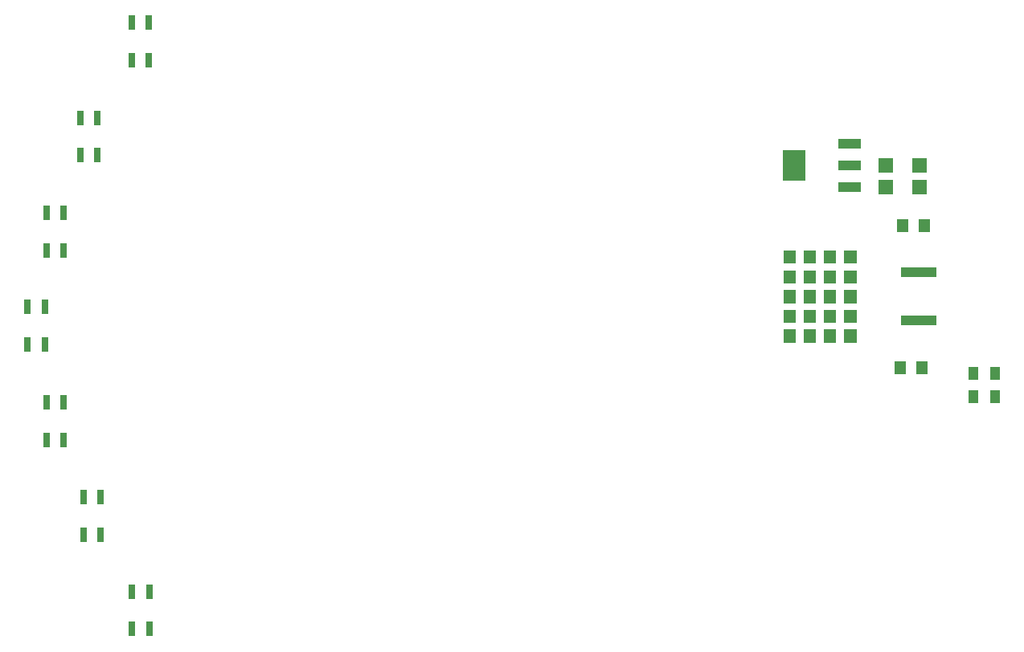
<source format=gbr>
G04*
G04 #@! TF.GenerationSoftware,Altium Limited,Altium Designer,25.5.2 (35)*
G04*
G04 Layer_Color=128*
%FSLAX25Y25*%
%MOIN*%
G70*
G04*
G04 #@! TF.SameCoordinates,3A6C04F0-8456-4D88-A865-9B6E00D0E649*
G04*
G04*
G04 #@! TF.FilePolarity,Positive*
G04*
G01*
G75*
%ADD23R,0.03937X0.05500*%
%ADD60R,0.02717X0.06181*%
%ADD61R,0.09449X0.03937*%
%ADD62R,0.06000X0.06000*%
%ADD63R,0.05000X0.05500*%
%ADD65R,0.14724X0.04016*%
%ADD66R,0.09449X0.12992*%
G36*
X355909Y222642D02*
X350870D01*
Y228114D01*
X355909D01*
Y222642D01*
D02*
G37*
G36*
X347484D02*
X342445D01*
Y228114D01*
X347484D01*
Y222642D01*
D02*
G37*
G36*
X339059D02*
X334020D01*
Y228114D01*
X339059D01*
Y222642D01*
D02*
G37*
G36*
X330634D02*
X325594D01*
Y228114D01*
X330634D01*
Y222642D01*
D02*
G37*
G36*
X355909Y214453D02*
X350870D01*
Y219925D01*
X355909D01*
Y214453D01*
D02*
G37*
G36*
X347484D02*
X342445D01*
Y219925D01*
X347484D01*
Y214453D01*
D02*
G37*
G36*
X339059D02*
X334020D01*
Y219925D01*
X339059D01*
Y214453D01*
D02*
G37*
G36*
X330634D02*
X325594D01*
Y219925D01*
X330634D01*
Y214453D01*
D02*
G37*
G36*
X355909Y206264D02*
X350870D01*
Y211736D01*
X355909D01*
Y206264D01*
D02*
G37*
G36*
X347484D02*
X342445D01*
Y211736D01*
X347484D01*
Y206264D01*
D02*
G37*
G36*
X339059D02*
X334020D01*
Y211736D01*
X339059D01*
Y206264D01*
D02*
G37*
G36*
X330634D02*
X325594D01*
Y211736D01*
X330634D01*
Y206264D01*
D02*
G37*
G36*
X355909Y198075D02*
X350870D01*
Y203547D01*
X355909D01*
Y198075D01*
D02*
G37*
G36*
X347484D02*
X342445D01*
Y203547D01*
X347484D01*
Y198075D01*
D02*
G37*
G36*
X339059D02*
X334020D01*
Y203547D01*
X339059D01*
Y198075D01*
D02*
G37*
G36*
X330634D02*
X325594D01*
Y203547D01*
X330634D01*
Y198075D01*
D02*
G37*
G36*
X355909Y189886D02*
X350870D01*
Y195358D01*
X355909D01*
Y189886D01*
D02*
G37*
G36*
X347484D02*
X342445D01*
Y195358D01*
X347484D01*
Y189886D01*
D02*
G37*
G36*
X339059D02*
X334020D01*
Y195358D01*
X339059D01*
Y189886D01*
D02*
G37*
G36*
X330634D02*
X325594D01*
Y195358D01*
X330634D01*
Y189886D01*
D02*
G37*
D23*
X404500Y167500D02*
D03*
X413500D02*
D03*
X413500Y177000D02*
D03*
X404500D02*
D03*
D60*
X62587Y86551D02*
D03*
X55500Y71000D02*
D03*
Y86551D02*
D03*
X62587Y71000D02*
D03*
X42543Y125776D02*
D03*
X27000Y165051D02*
D03*
X41043Y267724D02*
D03*
X33957D02*
D03*
X41043Y283276D02*
D03*
X33957D02*
D03*
X42543Y110224D02*
D03*
X27000Y149500D02*
D03*
X62543Y307224D02*
D03*
X19291Y189075D02*
D03*
X27043Y228224D02*
D03*
X55457Y322776D02*
D03*
X12205Y204626D02*
D03*
X19957Y243776D02*
D03*
X35457Y125776D02*
D03*
X19913Y165051D02*
D03*
X12205Y189075D02*
D03*
X19291Y204626D02*
D03*
X35457Y110224D02*
D03*
X19913Y149500D02*
D03*
X19957Y228224D02*
D03*
X27043Y243776D02*
D03*
X55457Y307224D02*
D03*
X62543Y322776D02*
D03*
D61*
X352917Y272555D02*
D03*
Y263500D02*
D03*
Y254445D02*
D03*
D62*
X382000Y263500D02*
D03*
Y254500D02*
D03*
X368000Y263500D02*
D03*
Y254500D02*
D03*
D63*
X374000Y179500D02*
D03*
X375000Y238500D02*
D03*
X384000D02*
D03*
X383000Y179500D02*
D03*
D65*
X381736Y219000D02*
D03*
Y199000D02*
D03*
D66*
X330083Y263500D02*
D03*
M02*

</source>
